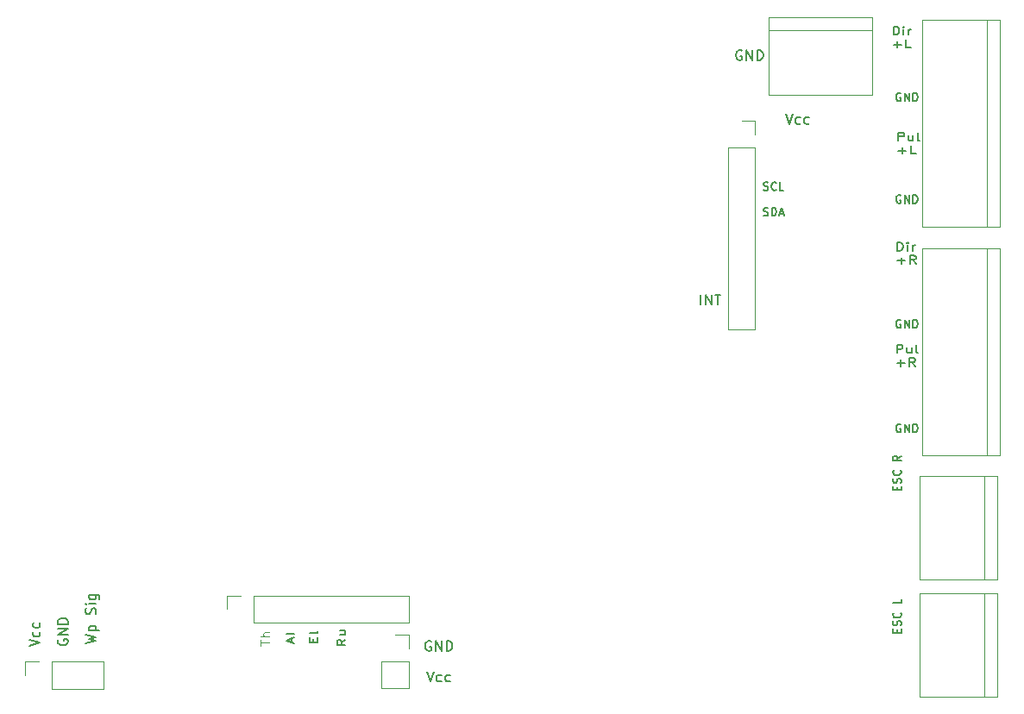
<source format=gbr>
%TF.GenerationSoftware,KiCad,Pcbnew,7.0.1*%
%TF.CreationDate,2024-04-24T16:11:52-07:00*%
%TF.ProjectId,Senior Design,53656e69-6f72-4204-9465-7369676e2e6b,rev?*%
%TF.SameCoordinates,Original*%
%TF.FileFunction,Legend,Top*%
%TF.FilePolarity,Positive*%
%FSLAX46Y46*%
G04 Gerber Fmt 4.6, Leading zero omitted, Abs format (unit mm)*
G04 Created by KiCad (PCBNEW 7.0.1) date 2024-04-24 16:11:52*
%MOMM*%
%LPD*%
G01*
G04 APERTURE LIST*
%ADD10C,0.150000*%
%ADD11C,0.125000*%
%ADD12C,0.120000*%
%ADD13R,1.700000X1.700000*%
%ADD14O,1.700000X1.700000*%
%ADD15R,3.000000X3.000000*%
%ADD16C,3.000000*%
%ADD17R,1.600000X1.600000*%
%ADD18O,1.600000X1.600000*%
G04 APERTURE END LIST*
D10*
X144377619Y-85357142D02*
X145377619Y-85119047D01*
X145377619Y-85119047D02*
X144663333Y-84928571D01*
X144663333Y-84928571D02*
X145377619Y-84738095D01*
X145377619Y-84738095D02*
X144377619Y-84500000D01*
X144710952Y-84119047D02*
X145710952Y-84119047D01*
X144758571Y-84119047D02*
X144710952Y-84023809D01*
X144710952Y-84023809D02*
X144710952Y-83833333D01*
X144710952Y-83833333D02*
X144758571Y-83738095D01*
X144758571Y-83738095D02*
X144806190Y-83690476D01*
X144806190Y-83690476D02*
X144901428Y-83642857D01*
X144901428Y-83642857D02*
X145187142Y-83642857D01*
X145187142Y-83642857D02*
X145282380Y-83690476D01*
X145282380Y-83690476D02*
X145330000Y-83738095D01*
X145330000Y-83738095D02*
X145377619Y-83833333D01*
X145377619Y-83833333D02*
X145377619Y-84023809D01*
X145377619Y-84023809D02*
X145330000Y-84119047D01*
X145330000Y-82499999D02*
X145377619Y-82357142D01*
X145377619Y-82357142D02*
X145377619Y-82119047D01*
X145377619Y-82119047D02*
X145330000Y-82023809D01*
X145330000Y-82023809D02*
X145282380Y-81976190D01*
X145282380Y-81976190D02*
X145187142Y-81928571D01*
X145187142Y-81928571D02*
X145091904Y-81928571D01*
X145091904Y-81928571D02*
X144996666Y-81976190D01*
X144996666Y-81976190D02*
X144949047Y-82023809D01*
X144949047Y-82023809D02*
X144901428Y-82119047D01*
X144901428Y-82119047D02*
X144853809Y-82309523D01*
X144853809Y-82309523D02*
X144806190Y-82404761D01*
X144806190Y-82404761D02*
X144758571Y-82452380D01*
X144758571Y-82452380D02*
X144663333Y-82499999D01*
X144663333Y-82499999D02*
X144568095Y-82499999D01*
X144568095Y-82499999D02*
X144472857Y-82452380D01*
X144472857Y-82452380D02*
X144425238Y-82404761D01*
X144425238Y-82404761D02*
X144377619Y-82309523D01*
X144377619Y-82309523D02*
X144377619Y-82071428D01*
X144377619Y-82071428D02*
X144425238Y-81928571D01*
X145377619Y-81499999D02*
X144710952Y-81499999D01*
X144377619Y-81499999D02*
X144425238Y-81547618D01*
X144425238Y-81547618D02*
X144472857Y-81499999D01*
X144472857Y-81499999D02*
X144425238Y-81452380D01*
X144425238Y-81452380D02*
X144377619Y-81499999D01*
X144377619Y-81499999D02*
X144472857Y-81499999D01*
X144710952Y-80595238D02*
X145520476Y-80595238D01*
X145520476Y-80595238D02*
X145615714Y-80642857D01*
X145615714Y-80642857D02*
X145663333Y-80690476D01*
X145663333Y-80690476D02*
X145710952Y-80785714D01*
X145710952Y-80785714D02*
X145710952Y-80928571D01*
X145710952Y-80928571D02*
X145663333Y-81023809D01*
X145330000Y-80595238D02*
X145377619Y-80690476D01*
X145377619Y-80690476D02*
X145377619Y-80880952D01*
X145377619Y-80880952D02*
X145330000Y-80976190D01*
X145330000Y-80976190D02*
X145282380Y-81023809D01*
X145282380Y-81023809D02*
X145187142Y-81071428D01*
X145187142Y-81071428D02*
X144901428Y-81071428D01*
X144901428Y-81071428D02*
X144806190Y-81023809D01*
X144806190Y-81023809D02*
X144758571Y-80976190D01*
X144758571Y-80976190D02*
X144710952Y-80880952D01*
X144710952Y-80880952D02*
X144710952Y-80690476D01*
X144710952Y-80690476D02*
X144758571Y-80595238D01*
X224359523Y-63890190D02*
X224283333Y-63852095D01*
X224283333Y-63852095D02*
X224169047Y-63852095D01*
X224169047Y-63852095D02*
X224054761Y-63890190D01*
X224054761Y-63890190D02*
X223978571Y-63966380D01*
X223978571Y-63966380D02*
X223940476Y-64042571D01*
X223940476Y-64042571D02*
X223902380Y-64194952D01*
X223902380Y-64194952D02*
X223902380Y-64309238D01*
X223902380Y-64309238D02*
X223940476Y-64461619D01*
X223940476Y-64461619D02*
X223978571Y-64537809D01*
X223978571Y-64537809D02*
X224054761Y-64614000D01*
X224054761Y-64614000D02*
X224169047Y-64652095D01*
X224169047Y-64652095D02*
X224245238Y-64652095D01*
X224245238Y-64652095D02*
X224359523Y-64614000D01*
X224359523Y-64614000D02*
X224397619Y-64575904D01*
X224397619Y-64575904D02*
X224397619Y-64309238D01*
X224397619Y-64309238D02*
X224245238Y-64309238D01*
X224740476Y-64652095D02*
X224740476Y-63852095D01*
X224740476Y-63852095D02*
X225197619Y-64652095D01*
X225197619Y-64652095D02*
X225197619Y-63852095D01*
X225578571Y-64652095D02*
X225578571Y-63852095D01*
X225578571Y-63852095D02*
X225769047Y-63852095D01*
X225769047Y-63852095D02*
X225883333Y-63890190D01*
X225883333Y-63890190D02*
X225959523Y-63966380D01*
X225959523Y-63966380D02*
X225997618Y-64042571D01*
X225997618Y-64042571D02*
X226035714Y-64194952D01*
X226035714Y-64194952D02*
X226035714Y-64309238D01*
X226035714Y-64309238D02*
X225997618Y-64461619D01*
X225997618Y-64461619D02*
X225959523Y-64537809D01*
X225959523Y-64537809D02*
X225883333Y-64614000D01*
X225883333Y-64614000D02*
X225769047Y-64652095D01*
X225769047Y-64652095D02*
X225578571Y-64652095D01*
D11*
X161556095Y-85604761D02*
X161556095Y-85033333D01*
X162356095Y-85319047D02*
X161556095Y-85319047D01*
X162356095Y-84699999D02*
X161556095Y-84699999D01*
X162356095Y-84271428D02*
X161937047Y-84271428D01*
X161937047Y-84271428D02*
X161860857Y-84319047D01*
X161860857Y-84319047D02*
X161822761Y-84414285D01*
X161822761Y-84414285D02*
X161822761Y-84557142D01*
X161822761Y-84557142D02*
X161860857Y-84652380D01*
X161860857Y-84652380D02*
X161898952Y-84699999D01*
D10*
X224038095Y-46806095D02*
X224038095Y-46006095D01*
X224038095Y-46006095D02*
X224276190Y-46006095D01*
X224276190Y-46006095D02*
X224419047Y-46044190D01*
X224419047Y-46044190D02*
X224514285Y-46120380D01*
X224514285Y-46120380D02*
X224561904Y-46196571D01*
X224561904Y-46196571D02*
X224609523Y-46348952D01*
X224609523Y-46348952D02*
X224609523Y-46463238D01*
X224609523Y-46463238D02*
X224561904Y-46615619D01*
X224561904Y-46615619D02*
X224514285Y-46691809D01*
X224514285Y-46691809D02*
X224419047Y-46768000D01*
X224419047Y-46768000D02*
X224276190Y-46806095D01*
X224276190Y-46806095D02*
X224038095Y-46806095D01*
X225038095Y-46806095D02*
X225038095Y-46272761D01*
X225038095Y-46006095D02*
X224990476Y-46044190D01*
X224990476Y-46044190D02*
X225038095Y-46082285D01*
X225038095Y-46082285D02*
X225085714Y-46044190D01*
X225085714Y-46044190D02*
X225038095Y-46006095D01*
X225038095Y-46006095D02*
X225038095Y-46082285D01*
X225514285Y-46806095D02*
X225514285Y-46272761D01*
X225514285Y-46425142D02*
X225561904Y-46348952D01*
X225561904Y-46348952D02*
X225609523Y-46310857D01*
X225609523Y-46310857D02*
X225704761Y-46272761D01*
X225704761Y-46272761D02*
X225799999Y-46272761D01*
X224038095Y-47797333D02*
X224800000Y-47797333D01*
X224419047Y-48102095D02*
X224419047Y-47492571D01*
X225847618Y-48102095D02*
X225514285Y-47721142D01*
X225276190Y-48102095D02*
X225276190Y-47302095D01*
X225276190Y-47302095D02*
X225657142Y-47302095D01*
X225657142Y-47302095D02*
X225752380Y-47340190D01*
X225752380Y-47340190D02*
X225799999Y-47378285D01*
X225799999Y-47378285D02*
X225847618Y-47454476D01*
X225847618Y-47454476D02*
X225847618Y-47568761D01*
X225847618Y-47568761D02*
X225799999Y-47644952D01*
X225799999Y-47644952D02*
X225752380Y-47683047D01*
X225752380Y-47683047D02*
X225657142Y-47721142D01*
X225657142Y-47721142D02*
X225276190Y-47721142D01*
X213095238Y-33377619D02*
X213428571Y-34377619D01*
X213428571Y-34377619D02*
X213761904Y-33377619D01*
X214523809Y-34330000D02*
X214428571Y-34377619D01*
X214428571Y-34377619D02*
X214238095Y-34377619D01*
X214238095Y-34377619D02*
X214142857Y-34330000D01*
X214142857Y-34330000D02*
X214095238Y-34282380D01*
X214095238Y-34282380D02*
X214047619Y-34187142D01*
X214047619Y-34187142D02*
X214047619Y-33901428D01*
X214047619Y-33901428D02*
X214095238Y-33806190D01*
X214095238Y-33806190D02*
X214142857Y-33758571D01*
X214142857Y-33758571D02*
X214238095Y-33710952D01*
X214238095Y-33710952D02*
X214428571Y-33710952D01*
X214428571Y-33710952D02*
X214523809Y-33758571D01*
X215380952Y-34330000D02*
X215285714Y-34377619D01*
X215285714Y-34377619D02*
X215095238Y-34377619D01*
X215095238Y-34377619D02*
X215000000Y-34330000D01*
X215000000Y-34330000D02*
X214952381Y-34282380D01*
X214952381Y-34282380D02*
X214904762Y-34187142D01*
X214904762Y-34187142D02*
X214904762Y-33901428D01*
X214904762Y-33901428D02*
X214952381Y-33806190D01*
X214952381Y-33806190D02*
X215000000Y-33758571D01*
X215000000Y-33758571D02*
X215095238Y-33710952D01*
X215095238Y-33710952D02*
X215285714Y-33710952D01*
X215285714Y-33710952D02*
X215380952Y-33758571D01*
X208761904Y-27175238D02*
X208666666Y-27127619D01*
X208666666Y-27127619D02*
X208523809Y-27127619D01*
X208523809Y-27127619D02*
X208380952Y-27175238D01*
X208380952Y-27175238D02*
X208285714Y-27270476D01*
X208285714Y-27270476D02*
X208238095Y-27365714D01*
X208238095Y-27365714D02*
X208190476Y-27556190D01*
X208190476Y-27556190D02*
X208190476Y-27699047D01*
X208190476Y-27699047D02*
X208238095Y-27889523D01*
X208238095Y-27889523D02*
X208285714Y-27984761D01*
X208285714Y-27984761D02*
X208380952Y-28080000D01*
X208380952Y-28080000D02*
X208523809Y-28127619D01*
X208523809Y-28127619D02*
X208619047Y-28127619D01*
X208619047Y-28127619D02*
X208761904Y-28080000D01*
X208761904Y-28080000D02*
X208809523Y-28032380D01*
X208809523Y-28032380D02*
X208809523Y-27699047D01*
X208809523Y-27699047D02*
X208619047Y-27699047D01*
X209238095Y-28127619D02*
X209238095Y-27127619D01*
X209238095Y-27127619D02*
X209809523Y-28127619D01*
X209809523Y-28127619D02*
X209809523Y-27127619D01*
X210285714Y-28127619D02*
X210285714Y-27127619D01*
X210285714Y-27127619D02*
X210523809Y-27127619D01*
X210523809Y-27127619D02*
X210666666Y-27175238D01*
X210666666Y-27175238D02*
X210761904Y-27270476D01*
X210761904Y-27270476D02*
X210809523Y-27365714D01*
X210809523Y-27365714D02*
X210857142Y-27556190D01*
X210857142Y-27556190D02*
X210857142Y-27699047D01*
X210857142Y-27699047D02*
X210809523Y-27889523D01*
X210809523Y-27889523D02*
X210761904Y-27984761D01*
X210761904Y-27984761D02*
X210666666Y-28080000D01*
X210666666Y-28080000D02*
X210523809Y-28127619D01*
X210523809Y-28127619D02*
X210285714Y-28127619D01*
X177845238Y-88127619D02*
X178178571Y-89127619D01*
X178178571Y-89127619D02*
X178511904Y-88127619D01*
X179273809Y-89080000D02*
X179178571Y-89127619D01*
X179178571Y-89127619D02*
X178988095Y-89127619D01*
X178988095Y-89127619D02*
X178892857Y-89080000D01*
X178892857Y-89080000D02*
X178845238Y-89032380D01*
X178845238Y-89032380D02*
X178797619Y-88937142D01*
X178797619Y-88937142D02*
X178797619Y-88651428D01*
X178797619Y-88651428D02*
X178845238Y-88556190D01*
X178845238Y-88556190D02*
X178892857Y-88508571D01*
X178892857Y-88508571D02*
X178988095Y-88460952D01*
X178988095Y-88460952D02*
X179178571Y-88460952D01*
X179178571Y-88460952D02*
X179273809Y-88508571D01*
X180130952Y-89080000D02*
X180035714Y-89127619D01*
X180035714Y-89127619D02*
X179845238Y-89127619D01*
X179845238Y-89127619D02*
X179750000Y-89080000D01*
X179750000Y-89080000D02*
X179702381Y-89032380D01*
X179702381Y-89032380D02*
X179654762Y-88937142D01*
X179654762Y-88937142D02*
X179654762Y-88651428D01*
X179654762Y-88651428D02*
X179702381Y-88556190D01*
X179702381Y-88556190D02*
X179750000Y-88508571D01*
X179750000Y-88508571D02*
X179845238Y-88460952D01*
X179845238Y-88460952D02*
X180035714Y-88460952D01*
X180035714Y-88460952D02*
X180130952Y-88508571D01*
X224359523Y-41390190D02*
X224283333Y-41352095D01*
X224283333Y-41352095D02*
X224169047Y-41352095D01*
X224169047Y-41352095D02*
X224054761Y-41390190D01*
X224054761Y-41390190D02*
X223978571Y-41466380D01*
X223978571Y-41466380D02*
X223940476Y-41542571D01*
X223940476Y-41542571D02*
X223902380Y-41694952D01*
X223902380Y-41694952D02*
X223902380Y-41809238D01*
X223902380Y-41809238D02*
X223940476Y-41961619D01*
X223940476Y-41961619D02*
X223978571Y-42037809D01*
X223978571Y-42037809D02*
X224054761Y-42114000D01*
X224054761Y-42114000D02*
X224169047Y-42152095D01*
X224169047Y-42152095D02*
X224245238Y-42152095D01*
X224245238Y-42152095D02*
X224359523Y-42114000D01*
X224359523Y-42114000D02*
X224397619Y-42075904D01*
X224397619Y-42075904D02*
X224397619Y-41809238D01*
X224397619Y-41809238D02*
X224245238Y-41809238D01*
X224740476Y-42152095D02*
X224740476Y-41352095D01*
X224740476Y-41352095D02*
X225197619Y-42152095D01*
X225197619Y-42152095D02*
X225197619Y-41352095D01*
X225578571Y-42152095D02*
X225578571Y-41352095D01*
X225578571Y-41352095D02*
X225769047Y-41352095D01*
X225769047Y-41352095D02*
X225883333Y-41390190D01*
X225883333Y-41390190D02*
X225959523Y-41466380D01*
X225959523Y-41466380D02*
X225997618Y-41542571D01*
X225997618Y-41542571D02*
X226035714Y-41694952D01*
X226035714Y-41694952D02*
X226035714Y-41809238D01*
X226035714Y-41809238D02*
X225997618Y-41961619D01*
X225997618Y-41961619D02*
X225959523Y-42037809D01*
X225959523Y-42037809D02*
X225883333Y-42114000D01*
X225883333Y-42114000D02*
X225769047Y-42152095D01*
X225769047Y-42152095D02*
X225578571Y-42152095D01*
X223638095Y-25606095D02*
X223638095Y-24806095D01*
X223638095Y-24806095D02*
X223876190Y-24806095D01*
X223876190Y-24806095D02*
X224019047Y-24844190D01*
X224019047Y-24844190D02*
X224114285Y-24920380D01*
X224114285Y-24920380D02*
X224161904Y-24996571D01*
X224161904Y-24996571D02*
X224209523Y-25148952D01*
X224209523Y-25148952D02*
X224209523Y-25263238D01*
X224209523Y-25263238D02*
X224161904Y-25415619D01*
X224161904Y-25415619D02*
X224114285Y-25491809D01*
X224114285Y-25491809D02*
X224019047Y-25568000D01*
X224019047Y-25568000D02*
X223876190Y-25606095D01*
X223876190Y-25606095D02*
X223638095Y-25606095D01*
X224638095Y-25606095D02*
X224638095Y-25072761D01*
X224638095Y-24806095D02*
X224590476Y-24844190D01*
X224590476Y-24844190D02*
X224638095Y-24882285D01*
X224638095Y-24882285D02*
X224685714Y-24844190D01*
X224685714Y-24844190D02*
X224638095Y-24806095D01*
X224638095Y-24806095D02*
X224638095Y-24882285D01*
X225114285Y-25606095D02*
X225114285Y-25072761D01*
X225114285Y-25225142D02*
X225161904Y-25148952D01*
X225161904Y-25148952D02*
X225209523Y-25110857D01*
X225209523Y-25110857D02*
X225304761Y-25072761D01*
X225304761Y-25072761D02*
X225399999Y-25072761D01*
X223638095Y-26597333D02*
X224400000Y-26597333D01*
X224019047Y-26902095D02*
X224019047Y-26292571D01*
X225352380Y-26902095D02*
X224876190Y-26902095D01*
X224876190Y-26902095D02*
X224876190Y-26102095D01*
X141675238Y-84988095D02*
X141627619Y-85083333D01*
X141627619Y-85083333D02*
X141627619Y-85226190D01*
X141627619Y-85226190D02*
X141675238Y-85369047D01*
X141675238Y-85369047D02*
X141770476Y-85464285D01*
X141770476Y-85464285D02*
X141865714Y-85511904D01*
X141865714Y-85511904D02*
X142056190Y-85559523D01*
X142056190Y-85559523D02*
X142199047Y-85559523D01*
X142199047Y-85559523D02*
X142389523Y-85511904D01*
X142389523Y-85511904D02*
X142484761Y-85464285D01*
X142484761Y-85464285D02*
X142580000Y-85369047D01*
X142580000Y-85369047D02*
X142627619Y-85226190D01*
X142627619Y-85226190D02*
X142627619Y-85130952D01*
X142627619Y-85130952D02*
X142580000Y-84988095D01*
X142580000Y-84988095D02*
X142532380Y-84940476D01*
X142532380Y-84940476D02*
X142199047Y-84940476D01*
X142199047Y-84940476D02*
X142199047Y-85130952D01*
X142627619Y-84511904D02*
X141627619Y-84511904D01*
X141627619Y-84511904D02*
X142627619Y-83940476D01*
X142627619Y-83940476D02*
X141627619Y-83940476D01*
X142627619Y-83464285D02*
X141627619Y-83464285D01*
X141627619Y-83464285D02*
X141627619Y-83226190D01*
X141627619Y-83226190D02*
X141675238Y-83083333D01*
X141675238Y-83083333D02*
X141770476Y-82988095D01*
X141770476Y-82988095D02*
X141865714Y-82940476D01*
X141865714Y-82940476D02*
X142056190Y-82892857D01*
X142056190Y-82892857D02*
X142199047Y-82892857D01*
X142199047Y-82892857D02*
X142389523Y-82940476D01*
X142389523Y-82940476D02*
X142484761Y-82988095D01*
X142484761Y-82988095D02*
X142580000Y-83083333D01*
X142580000Y-83083333D02*
X142627619Y-83226190D01*
X142627619Y-83226190D02*
X142627619Y-83464285D01*
X166733047Y-85261904D02*
X166733047Y-84928571D01*
X167152095Y-84785714D02*
X167152095Y-85261904D01*
X167152095Y-85261904D02*
X166352095Y-85261904D01*
X166352095Y-85261904D02*
X166352095Y-84785714D01*
X167152095Y-84214285D02*
X167114000Y-84309523D01*
X167114000Y-84309523D02*
X167037809Y-84357142D01*
X167037809Y-84357142D02*
X166352095Y-84357142D01*
X210902380Y-43364000D02*
X211016666Y-43402095D01*
X211016666Y-43402095D02*
X211207142Y-43402095D01*
X211207142Y-43402095D02*
X211283333Y-43364000D01*
X211283333Y-43364000D02*
X211321428Y-43325904D01*
X211321428Y-43325904D02*
X211359523Y-43249714D01*
X211359523Y-43249714D02*
X211359523Y-43173523D01*
X211359523Y-43173523D02*
X211321428Y-43097333D01*
X211321428Y-43097333D02*
X211283333Y-43059238D01*
X211283333Y-43059238D02*
X211207142Y-43021142D01*
X211207142Y-43021142D02*
X211054761Y-42983047D01*
X211054761Y-42983047D02*
X210978571Y-42944952D01*
X210978571Y-42944952D02*
X210940476Y-42906857D01*
X210940476Y-42906857D02*
X210902380Y-42830666D01*
X210902380Y-42830666D02*
X210902380Y-42754476D01*
X210902380Y-42754476D02*
X210940476Y-42678285D01*
X210940476Y-42678285D02*
X210978571Y-42640190D01*
X210978571Y-42640190D02*
X211054761Y-42602095D01*
X211054761Y-42602095D02*
X211245238Y-42602095D01*
X211245238Y-42602095D02*
X211359523Y-42640190D01*
X211702381Y-43402095D02*
X211702381Y-42602095D01*
X211702381Y-42602095D02*
X211892857Y-42602095D01*
X211892857Y-42602095D02*
X212007143Y-42640190D01*
X212007143Y-42640190D02*
X212083333Y-42716380D01*
X212083333Y-42716380D02*
X212121428Y-42792571D01*
X212121428Y-42792571D02*
X212159524Y-42944952D01*
X212159524Y-42944952D02*
X212159524Y-43059238D01*
X212159524Y-43059238D02*
X212121428Y-43211619D01*
X212121428Y-43211619D02*
X212083333Y-43287809D01*
X212083333Y-43287809D02*
X212007143Y-43364000D01*
X212007143Y-43364000D02*
X211892857Y-43402095D01*
X211892857Y-43402095D02*
X211702381Y-43402095D01*
X212464285Y-43173523D02*
X212845238Y-43173523D01*
X212388095Y-43402095D02*
X212654762Y-42602095D01*
X212654762Y-42602095D02*
X212921428Y-43402095D01*
X224359523Y-53640190D02*
X224283333Y-53602095D01*
X224283333Y-53602095D02*
X224169047Y-53602095D01*
X224169047Y-53602095D02*
X224054761Y-53640190D01*
X224054761Y-53640190D02*
X223978571Y-53716380D01*
X223978571Y-53716380D02*
X223940476Y-53792571D01*
X223940476Y-53792571D02*
X223902380Y-53944952D01*
X223902380Y-53944952D02*
X223902380Y-54059238D01*
X223902380Y-54059238D02*
X223940476Y-54211619D01*
X223940476Y-54211619D02*
X223978571Y-54287809D01*
X223978571Y-54287809D02*
X224054761Y-54364000D01*
X224054761Y-54364000D02*
X224169047Y-54402095D01*
X224169047Y-54402095D02*
X224245238Y-54402095D01*
X224245238Y-54402095D02*
X224359523Y-54364000D01*
X224359523Y-54364000D02*
X224397619Y-54325904D01*
X224397619Y-54325904D02*
X224397619Y-54059238D01*
X224397619Y-54059238D02*
X224245238Y-54059238D01*
X224740476Y-54402095D02*
X224740476Y-53602095D01*
X224740476Y-53602095D02*
X225197619Y-54402095D01*
X225197619Y-54402095D02*
X225197619Y-53602095D01*
X225578571Y-54402095D02*
X225578571Y-53602095D01*
X225578571Y-53602095D02*
X225769047Y-53602095D01*
X225769047Y-53602095D02*
X225883333Y-53640190D01*
X225883333Y-53640190D02*
X225959523Y-53716380D01*
X225959523Y-53716380D02*
X225997618Y-53792571D01*
X225997618Y-53792571D02*
X226035714Y-53944952D01*
X226035714Y-53944952D02*
X226035714Y-54059238D01*
X226035714Y-54059238D02*
X225997618Y-54211619D01*
X225997618Y-54211619D02*
X225959523Y-54287809D01*
X225959523Y-54287809D02*
X225883333Y-54364000D01*
X225883333Y-54364000D02*
X225769047Y-54402095D01*
X225769047Y-54402095D02*
X225578571Y-54402095D01*
X204738095Y-52127619D02*
X204738095Y-51127619D01*
X205214285Y-52127619D02*
X205214285Y-51127619D01*
X205214285Y-51127619D02*
X205785713Y-52127619D01*
X205785713Y-52127619D02*
X205785713Y-51127619D01*
X206119047Y-51127619D02*
X206690475Y-51127619D01*
X206404761Y-52127619D02*
X206404761Y-51127619D01*
X223983047Y-70309523D02*
X223983047Y-70042857D01*
X224402095Y-69928571D02*
X224402095Y-70309523D01*
X224402095Y-70309523D02*
X223602095Y-70309523D01*
X223602095Y-70309523D02*
X223602095Y-69928571D01*
X224364000Y-69623809D02*
X224402095Y-69509523D01*
X224402095Y-69509523D02*
X224402095Y-69319047D01*
X224402095Y-69319047D02*
X224364000Y-69242856D01*
X224364000Y-69242856D02*
X224325904Y-69204761D01*
X224325904Y-69204761D02*
X224249714Y-69166666D01*
X224249714Y-69166666D02*
X224173523Y-69166666D01*
X224173523Y-69166666D02*
X224097333Y-69204761D01*
X224097333Y-69204761D02*
X224059238Y-69242856D01*
X224059238Y-69242856D02*
X224021142Y-69319047D01*
X224021142Y-69319047D02*
X223983047Y-69471428D01*
X223983047Y-69471428D02*
X223944952Y-69547618D01*
X223944952Y-69547618D02*
X223906857Y-69585713D01*
X223906857Y-69585713D02*
X223830666Y-69623809D01*
X223830666Y-69623809D02*
X223754476Y-69623809D01*
X223754476Y-69623809D02*
X223678285Y-69585713D01*
X223678285Y-69585713D02*
X223640190Y-69547618D01*
X223640190Y-69547618D02*
X223602095Y-69471428D01*
X223602095Y-69471428D02*
X223602095Y-69280951D01*
X223602095Y-69280951D02*
X223640190Y-69166666D01*
X224325904Y-68366665D02*
X224364000Y-68404761D01*
X224364000Y-68404761D02*
X224402095Y-68519046D01*
X224402095Y-68519046D02*
X224402095Y-68595237D01*
X224402095Y-68595237D02*
X224364000Y-68709523D01*
X224364000Y-68709523D02*
X224287809Y-68785713D01*
X224287809Y-68785713D02*
X224211619Y-68823808D01*
X224211619Y-68823808D02*
X224059238Y-68861904D01*
X224059238Y-68861904D02*
X223944952Y-68861904D01*
X223944952Y-68861904D02*
X223792571Y-68823808D01*
X223792571Y-68823808D02*
X223716380Y-68785713D01*
X223716380Y-68785713D02*
X223640190Y-68709523D01*
X223640190Y-68709523D02*
X223602095Y-68595237D01*
X223602095Y-68595237D02*
X223602095Y-68519046D01*
X223602095Y-68519046D02*
X223640190Y-68404761D01*
X223640190Y-68404761D02*
X223678285Y-68366665D01*
X224402095Y-66957141D02*
X224021142Y-67223808D01*
X224402095Y-67414284D02*
X223602095Y-67414284D01*
X223602095Y-67414284D02*
X223602095Y-67109522D01*
X223602095Y-67109522D02*
X223640190Y-67033332D01*
X223640190Y-67033332D02*
X223678285Y-66995237D01*
X223678285Y-66995237D02*
X223754476Y-66957141D01*
X223754476Y-66957141D02*
X223868761Y-66957141D01*
X223868761Y-66957141D02*
X223944952Y-66995237D01*
X223944952Y-66995237D02*
X223983047Y-67033332D01*
X223983047Y-67033332D02*
X224021142Y-67109522D01*
X224021142Y-67109522D02*
X224021142Y-67414284D01*
X164623523Y-85309523D02*
X164623523Y-84833333D01*
X164852095Y-85404761D02*
X164052095Y-85071428D01*
X164052095Y-85071428D02*
X164852095Y-84738095D01*
X164852095Y-84404761D02*
X164052095Y-84404761D01*
X223983047Y-84309523D02*
X223983047Y-84042857D01*
X224402095Y-83928571D02*
X224402095Y-84309523D01*
X224402095Y-84309523D02*
X223602095Y-84309523D01*
X223602095Y-84309523D02*
X223602095Y-83928571D01*
X224364000Y-83623809D02*
X224402095Y-83509523D01*
X224402095Y-83509523D02*
X224402095Y-83319047D01*
X224402095Y-83319047D02*
X224364000Y-83242856D01*
X224364000Y-83242856D02*
X224325904Y-83204761D01*
X224325904Y-83204761D02*
X224249714Y-83166666D01*
X224249714Y-83166666D02*
X224173523Y-83166666D01*
X224173523Y-83166666D02*
X224097333Y-83204761D01*
X224097333Y-83204761D02*
X224059238Y-83242856D01*
X224059238Y-83242856D02*
X224021142Y-83319047D01*
X224021142Y-83319047D02*
X223983047Y-83471428D01*
X223983047Y-83471428D02*
X223944952Y-83547618D01*
X223944952Y-83547618D02*
X223906857Y-83585713D01*
X223906857Y-83585713D02*
X223830666Y-83623809D01*
X223830666Y-83623809D02*
X223754476Y-83623809D01*
X223754476Y-83623809D02*
X223678285Y-83585713D01*
X223678285Y-83585713D02*
X223640190Y-83547618D01*
X223640190Y-83547618D02*
X223602095Y-83471428D01*
X223602095Y-83471428D02*
X223602095Y-83280951D01*
X223602095Y-83280951D02*
X223640190Y-83166666D01*
X224325904Y-82366665D02*
X224364000Y-82404761D01*
X224364000Y-82404761D02*
X224402095Y-82519046D01*
X224402095Y-82519046D02*
X224402095Y-82595237D01*
X224402095Y-82595237D02*
X224364000Y-82709523D01*
X224364000Y-82709523D02*
X224287809Y-82785713D01*
X224287809Y-82785713D02*
X224211619Y-82823808D01*
X224211619Y-82823808D02*
X224059238Y-82861904D01*
X224059238Y-82861904D02*
X223944952Y-82861904D01*
X223944952Y-82861904D02*
X223792571Y-82823808D01*
X223792571Y-82823808D02*
X223716380Y-82785713D01*
X223716380Y-82785713D02*
X223640190Y-82709523D01*
X223640190Y-82709523D02*
X223602095Y-82595237D01*
X223602095Y-82595237D02*
X223602095Y-82519046D01*
X223602095Y-82519046D02*
X223640190Y-82404761D01*
X223640190Y-82404761D02*
X223678285Y-82366665D01*
X224402095Y-81033332D02*
X224402095Y-81414284D01*
X224402095Y-81414284D02*
X223602095Y-81414284D01*
X224359523Y-31390190D02*
X224283333Y-31352095D01*
X224283333Y-31352095D02*
X224169047Y-31352095D01*
X224169047Y-31352095D02*
X224054761Y-31390190D01*
X224054761Y-31390190D02*
X223978571Y-31466380D01*
X223978571Y-31466380D02*
X223940476Y-31542571D01*
X223940476Y-31542571D02*
X223902380Y-31694952D01*
X223902380Y-31694952D02*
X223902380Y-31809238D01*
X223902380Y-31809238D02*
X223940476Y-31961619D01*
X223940476Y-31961619D02*
X223978571Y-32037809D01*
X223978571Y-32037809D02*
X224054761Y-32114000D01*
X224054761Y-32114000D02*
X224169047Y-32152095D01*
X224169047Y-32152095D02*
X224245238Y-32152095D01*
X224245238Y-32152095D02*
X224359523Y-32114000D01*
X224359523Y-32114000D02*
X224397619Y-32075904D01*
X224397619Y-32075904D02*
X224397619Y-31809238D01*
X224397619Y-31809238D02*
X224245238Y-31809238D01*
X224740476Y-32152095D02*
X224740476Y-31352095D01*
X224740476Y-31352095D02*
X225197619Y-32152095D01*
X225197619Y-32152095D02*
X225197619Y-31352095D01*
X225578571Y-32152095D02*
X225578571Y-31352095D01*
X225578571Y-31352095D02*
X225769047Y-31352095D01*
X225769047Y-31352095D02*
X225883333Y-31390190D01*
X225883333Y-31390190D02*
X225959523Y-31466380D01*
X225959523Y-31466380D02*
X225997618Y-31542571D01*
X225997618Y-31542571D02*
X226035714Y-31694952D01*
X226035714Y-31694952D02*
X226035714Y-31809238D01*
X226035714Y-31809238D02*
X225997618Y-31961619D01*
X225997618Y-31961619D02*
X225959523Y-32037809D01*
X225959523Y-32037809D02*
X225883333Y-32114000D01*
X225883333Y-32114000D02*
X225769047Y-32152095D01*
X225769047Y-32152095D02*
X225578571Y-32152095D01*
X138877619Y-85654761D02*
X139877619Y-85321428D01*
X139877619Y-85321428D02*
X138877619Y-84988095D01*
X139830000Y-84226190D02*
X139877619Y-84321428D01*
X139877619Y-84321428D02*
X139877619Y-84511904D01*
X139877619Y-84511904D02*
X139830000Y-84607142D01*
X139830000Y-84607142D02*
X139782380Y-84654761D01*
X139782380Y-84654761D02*
X139687142Y-84702380D01*
X139687142Y-84702380D02*
X139401428Y-84702380D01*
X139401428Y-84702380D02*
X139306190Y-84654761D01*
X139306190Y-84654761D02*
X139258571Y-84607142D01*
X139258571Y-84607142D02*
X139210952Y-84511904D01*
X139210952Y-84511904D02*
X139210952Y-84321428D01*
X139210952Y-84321428D02*
X139258571Y-84226190D01*
X139830000Y-83369047D02*
X139877619Y-83464285D01*
X139877619Y-83464285D02*
X139877619Y-83654761D01*
X139877619Y-83654761D02*
X139830000Y-83749999D01*
X139830000Y-83749999D02*
X139782380Y-83797618D01*
X139782380Y-83797618D02*
X139687142Y-83845237D01*
X139687142Y-83845237D02*
X139401428Y-83845237D01*
X139401428Y-83845237D02*
X139306190Y-83797618D01*
X139306190Y-83797618D02*
X139258571Y-83749999D01*
X139258571Y-83749999D02*
X139210952Y-83654761D01*
X139210952Y-83654761D02*
X139210952Y-83464285D01*
X139210952Y-83464285D02*
X139258571Y-83369047D01*
X169852095Y-84990476D02*
X169471142Y-85323809D01*
X169852095Y-85561904D02*
X169052095Y-85561904D01*
X169052095Y-85561904D02*
X169052095Y-85180952D01*
X169052095Y-85180952D02*
X169090190Y-85085714D01*
X169090190Y-85085714D02*
X169128285Y-85038095D01*
X169128285Y-85038095D02*
X169204476Y-84990476D01*
X169204476Y-84990476D02*
X169318761Y-84990476D01*
X169318761Y-84990476D02*
X169394952Y-85038095D01*
X169394952Y-85038095D02*
X169433047Y-85085714D01*
X169433047Y-85085714D02*
X169471142Y-85180952D01*
X169471142Y-85180952D02*
X169471142Y-85561904D01*
X169318761Y-84133333D02*
X169852095Y-84133333D01*
X169318761Y-84561904D02*
X169737809Y-84561904D01*
X169737809Y-84561904D02*
X169814000Y-84514285D01*
X169814000Y-84514285D02*
X169852095Y-84419047D01*
X169852095Y-84419047D02*
X169852095Y-84276190D01*
X169852095Y-84276190D02*
X169814000Y-84180952D01*
X169814000Y-84180952D02*
X169775904Y-84133333D01*
X210902380Y-40864000D02*
X211016666Y-40902095D01*
X211016666Y-40902095D02*
X211207142Y-40902095D01*
X211207142Y-40902095D02*
X211283333Y-40864000D01*
X211283333Y-40864000D02*
X211321428Y-40825904D01*
X211321428Y-40825904D02*
X211359523Y-40749714D01*
X211359523Y-40749714D02*
X211359523Y-40673523D01*
X211359523Y-40673523D02*
X211321428Y-40597333D01*
X211321428Y-40597333D02*
X211283333Y-40559238D01*
X211283333Y-40559238D02*
X211207142Y-40521142D01*
X211207142Y-40521142D02*
X211054761Y-40483047D01*
X211054761Y-40483047D02*
X210978571Y-40444952D01*
X210978571Y-40444952D02*
X210940476Y-40406857D01*
X210940476Y-40406857D02*
X210902380Y-40330666D01*
X210902380Y-40330666D02*
X210902380Y-40254476D01*
X210902380Y-40254476D02*
X210940476Y-40178285D01*
X210940476Y-40178285D02*
X210978571Y-40140190D01*
X210978571Y-40140190D02*
X211054761Y-40102095D01*
X211054761Y-40102095D02*
X211245238Y-40102095D01*
X211245238Y-40102095D02*
X211359523Y-40140190D01*
X212159524Y-40825904D02*
X212121428Y-40864000D01*
X212121428Y-40864000D02*
X212007143Y-40902095D01*
X212007143Y-40902095D02*
X211930952Y-40902095D01*
X211930952Y-40902095D02*
X211816666Y-40864000D01*
X211816666Y-40864000D02*
X211740476Y-40787809D01*
X211740476Y-40787809D02*
X211702381Y-40711619D01*
X211702381Y-40711619D02*
X211664285Y-40559238D01*
X211664285Y-40559238D02*
X211664285Y-40444952D01*
X211664285Y-40444952D02*
X211702381Y-40292571D01*
X211702381Y-40292571D02*
X211740476Y-40216380D01*
X211740476Y-40216380D02*
X211816666Y-40140190D01*
X211816666Y-40140190D02*
X211930952Y-40102095D01*
X211930952Y-40102095D02*
X212007143Y-40102095D01*
X212007143Y-40102095D02*
X212121428Y-40140190D01*
X212121428Y-40140190D02*
X212159524Y-40178285D01*
X212883333Y-40902095D02*
X212502381Y-40902095D01*
X212502381Y-40902095D02*
X212502381Y-40102095D01*
X224138095Y-36006095D02*
X224138095Y-35206095D01*
X224138095Y-35206095D02*
X224519047Y-35206095D01*
X224519047Y-35206095D02*
X224614285Y-35244190D01*
X224614285Y-35244190D02*
X224661904Y-35282285D01*
X224661904Y-35282285D02*
X224709523Y-35358476D01*
X224709523Y-35358476D02*
X224709523Y-35472761D01*
X224709523Y-35472761D02*
X224661904Y-35548952D01*
X224661904Y-35548952D02*
X224614285Y-35587047D01*
X224614285Y-35587047D02*
X224519047Y-35625142D01*
X224519047Y-35625142D02*
X224138095Y-35625142D01*
X225566666Y-35472761D02*
X225566666Y-36006095D01*
X225138095Y-35472761D02*
X225138095Y-35891809D01*
X225138095Y-35891809D02*
X225185714Y-35968000D01*
X225185714Y-35968000D02*
X225280952Y-36006095D01*
X225280952Y-36006095D02*
X225423809Y-36006095D01*
X225423809Y-36006095D02*
X225519047Y-35968000D01*
X225519047Y-35968000D02*
X225566666Y-35929904D01*
X226185714Y-36006095D02*
X226090476Y-35968000D01*
X226090476Y-35968000D02*
X226042857Y-35891809D01*
X226042857Y-35891809D02*
X226042857Y-35206095D01*
X224138095Y-36997333D02*
X224900000Y-36997333D01*
X224519047Y-37302095D02*
X224519047Y-36692571D01*
X225852380Y-37302095D02*
X225376190Y-37302095D01*
X225376190Y-37302095D02*
X225376190Y-36502095D01*
X178261904Y-85175238D02*
X178166666Y-85127619D01*
X178166666Y-85127619D02*
X178023809Y-85127619D01*
X178023809Y-85127619D02*
X177880952Y-85175238D01*
X177880952Y-85175238D02*
X177785714Y-85270476D01*
X177785714Y-85270476D02*
X177738095Y-85365714D01*
X177738095Y-85365714D02*
X177690476Y-85556190D01*
X177690476Y-85556190D02*
X177690476Y-85699047D01*
X177690476Y-85699047D02*
X177738095Y-85889523D01*
X177738095Y-85889523D02*
X177785714Y-85984761D01*
X177785714Y-85984761D02*
X177880952Y-86080000D01*
X177880952Y-86080000D02*
X178023809Y-86127619D01*
X178023809Y-86127619D02*
X178119047Y-86127619D01*
X178119047Y-86127619D02*
X178261904Y-86080000D01*
X178261904Y-86080000D02*
X178309523Y-86032380D01*
X178309523Y-86032380D02*
X178309523Y-85699047D01*
X178309523Y-85699047D02*
X178119047Y-85699047D01*
X178738095Y-86127619D02*
X178738095Y-85127619D01*
X178738095Y-85127619D02*
X179309523Y-86127619D01*
X179309523Y-86127619D02*
X179309523Y-85127619D01*
X179785714Y-86127619D02*
X179785714Y-85127619D01*
X179785714Y-85127619D02*
X180023809Y-85127619D01*
X180023809Y-85127619D02*
X180166666Y-85175238D01*
X180166666Y-85175238D02*
X180261904Y-85270476D01*
X180261904Y-85270476D02*
X180309523Y-85365714D01*
X180309523Y-85365714D02*
X180357142Y-85556190D01*
X180357142Y-85556190D02*
X180357142Y-85699047D01*
X180357142Y-85699047D02*
X180309523Y-85889523D01*
X180309523Y-85889523D02*
X180261904Y-85984761D01*
X180261904Y-85984761D02*
X180166666Y-86080000D01*
X180166666Y-86080000D02*
X180023809Y-86127619D01*
X180023809Y-86127619D02*
X179785714Y-86127619D01*
X223988095Y-56856095D02*
X223988095Y-56056095D01*
X223988095Y-56056095D02*
X224369047Y-56056095D01*
X224369047Y-56056095D02*
X224464285Y-56094190D01*
X224464285Y-56094190D02*
X224511904Y-56132285D01*
X224511904Y-56132285D02*
X224559523Y-56208476D01*
X224559523Y-56208476D02*
X224559523Y-56322761D01*
X224559523Y-56322761D02*
X224511904Y-56398952D01*
X224511904Y-56398952D02*
X224464285Y-56437047D01*
X224464285Y-56437047D02*
X224369047Y-56475142D01*
X224369047Y-56475142D02*
X223988095Y-56475142D01*
X225416666Y-56322761D02*
X225416666Y-56856095D01*
X224988095Y-56322761D02*
X224988095Y-56741809D01*
X224988095Y-56741809D02*
X225035714Y-56818000D01*
X225035714Y-56818000D02*
X225130952Y-56856095D01*
X225130952Y-56856095D02*
X225273809Y-56856095D01*
X225273809Y-56856095D02*
X225369047Y-56818000D01*
X225369047Y-56818000D02*
X225416666Y-56779904D01*
X226035714Y-56856095D02*
X225940476Y-56818000D01*
X225940476Y-56818000D02*
X225892857Y-56741809D01*
X225892857Y-56741809D02*
X225892857Y-56056095D01*
X223988095Y-57847333D02*
X224750000Y-57847333D01*
X224369047Y-58152095D02*
X224369047Y-57542571D01*
X225797618Y-58152095D02*
X225464285Y-57771142D01*
X225226190Y-58152095D02*
X225226190Y-57352095D01*
X225226190Y-57352095D02*
X225607142Y-57352095D01*
X225607142Y-57352095D02*
X225702380Y-57390190D01*
X225702380Y-57390190D02*
X225749999Y-57428285D01*
X225749999Y-57428285D02*
X225797618Y-57504476D01*
X225797618Y-57504476D02*
X225797618Y-57618761D01*
X225797618Y-57618761D02*
X225749999Y-57694952D01*
X225749999Y-57694952D02*
X225702380Y-57733047D01*
X225702380Y-57733047D02*
X225607142Y-57771142D01*
X225607142Y-57771142D02*
X225226190Y-57771142D01*
D12*
%TO.C,J9*%
X160820000Y-83330000D02*
X176120000Y-83330000D01*
X160820000Y-83330000D02*
X160820000Y-80670000D01*
X176120000Y-83330000D02*
X176120000Y-80670000D01*
X158220000Y-82000000D02*
X158220000Y-80670000D01*
X158220000Y-80670000D02*
X159550000Y-80670000D01*
X160820000Y-80670000D02*
X176120000Y-80670000D01*
%TO.C,J4*%
X141020000Y-89830000D02*
X146160000Y-89830000D01*
X141020000Y-89830000D02*
X141020000Y-87170000D01*
X146160000Y-89830000D02*
X146160000Y-87170000D01*
X138420000Y-88500000D02*
X138420000Y-87170000D01*
X138420000Y-87170000D02*
X139750000Y-87170000D01*
X141020000Y-87170000D02*
X146160000Y-87170000D01*
%TO.C,J2*%
X226190000Y-90580000D02*
X233810000Y-90580000D01*
X233810000Y-90580000D02*
X233810000Y-80420000D01*
X226190000Y-80420000D02*
X226190000Y-90580000D01*
X232540000Y-80420000D02*
X232540000Y-90580000D01*
X233810000Y-80420000D02*
X226190000Y-80420000D01*
%TO.C,J5*%
X226440000Y-66870000D02*
X234060000Y-66870000D01*
X226440000Y-66870000D02*
X226440000Y-46550000D01*
X234060000Y-66870000D02*
X234060000Y-46550000D01*
X232790000Y-46550000D02*
X232790000Y-66870000D01*
X234060000Y-46550000D02*
X226440000Y-46550000D01*
%TO.C,J7*%
X226190000Y-79120000D02*
X233810000Y-79120000D01*
X233810000Y-79120000D02*
X233810000Y-68960000D01*
X226190000Y-68960000D02*
X226190000Y-79120000D01*
X232540000Y-68960000D02*
X232540000Y-79120000D01*
X233810000Y-68960000D02*
X226190000Y-68960000D01*
%TO.C,J10*%
X173420000Y-87160000D02*
X173420000Y-89760000D01*
X173420000Y-87160000D02*
X176080000Y-87160000D01*
X173420000Y-89760000D02*
X176080000Y-89760000D01*
X174750000Y-84560000D02*
X176080000Y-84560000D01*
X176080000Y-84560000D02*
X176080000Y-85890000D01*
X176080000Y-87160000D02*
X176080000Y-89760000D01*
%TO.C,J8*%
X207420000Y-36690000D02*
X207420000Y-54530000D01*
X207420000Y-36690000D02*
X210080000Y-36690000D01*
X207420000Y-54530000D02*
X210080000Y-54530000D01*
X208750000Y-34090000D02*
X210080000Y-34090000D01*
X210080000Y-34090000D02*
X210080000Y-35420000D01*
X210080000Y-36690000D02*
X210080000Y-54530000D01*
%TO.C,J1*%
X221540000Y-31560000D02*
X221540000Y-23940000D01*
X221540000Y-23940000D02*
X211380000Y-23940000D01*
X211380000Y-31560000D02*
X221540000Y-31560000D01*
X211380000Y-25210000D02*
X221540000Y-25210000D01*
X211380000Y-23940000D02*
X211380000Y-31560000D01*
%TO.C,J6*%
X226440000Y-44450000D02*
X234060000Y-44450000D01*
X226440000Y-44450000D02*
X226440000Y-24130000D01*
X234060000Y-44450000D02*
X234060000Y-24130000D01*
X232790000Y-24130000D02*
X232790000Y-44450000D01*
X234060000Y-24130000D02*
X226440000Y-24130000D01*
%TD*%
%LPC*%
D13*
%TO.C,J9*%
X159550000Y-82000000D03*
D14*
X162090000Y-82000000D03*
X164630000Y-82000000D03*
X167170000Y-82000000D03*
X169710000Y-82000000D03*
X172250000Y-82000000D03*
X174790000Y-82000000D03*
%TD*%
D13*
%TO.C,J4*%
X139750000Y-88500000D03*
D14*
X142290000Y-88500000D03*
X144830000Y-88500000D03*
%TD*%
D15*
%TO.C,J2*%
X230000000Y-88040000D03*
D16*
X230000000Y-82960000D03*
%TD*%
D15*
%TO.C,J5*%
X230250000Y-64330000D03*
D16*
X230250000Y-59250000D03*
X230250000Y-54170000D03*
X230250000Y-49090000D03*
%TD*%
D15*
%TO.C,J7*%
X230000000Y-76580000D03*
D16*
X230000000Y-71500000D03*
%TD*%
D13*
%TO.C,J10*%
X174750000Y-85890000D03*
D14*
X174750000Y-88430000D03*
%TD*%
D13*
%TO.C,J8*%
X208750000Y-35420000D03*
D14*
X208750000Y-37960000D03*
X208750000Y-40500000D03*
X208750000Y-43040000D03*
X208750000Y-45580000D03*
X208750000Y-48120000D03*
X208750000Y-50660000D03*
X208750000Y-53200000D03*
%TD*%
D15*
%TO.C,J1*%
X219000000Y-27750000D03*
D16*
X213920000Y-27750000D03*
%TD*%
D15*
%TO.C,J6*%
X230250000Y-41910000D03*
D16*
X230250000Y-36830000D03*
X230250000Y-31750000D03*
X230250000Y-26670000D03*
%TD*%
D17*
%TO.C,A1*%
X175950000Y-26500000D03*
D18*
X173410000Y-26500000D03*
X170870000Y-26500000D03*
X168330000Y-26500000D03*
X165790000Y-26500000D03*
X163250000Y-26500000D03*
X160710000Y-26500000D03*
X158170000Y-26500000D03*
X153090000Y-26500000D03*
X150550000Y-26500000D03*
X148010000Y-26500000D03*
X145470000Y-26500000D03*
X142930000Y-26500000D03*
X140390000Y-26500000D03*
X140390000Y-74760000D03*
X142930000Y-74760000D03*
X145470000Y-74760000D03*
X148010000Y-74760000D03*
X150550000Y-74760000D03*
X153090000Y-74760000D03*
X155630000Y-74760000D03*
X158170000Y-74760000D03*
X162230000Y-74760000D03*
X164770000Y-74760000D03*
X167310000Y-74760000D03*
X169850000Y-74760000D03*
X172390000Y-74760000D03*
X174930000Y-74760000D03*
X177470000Y-74760000D03*
X180010000Y-74760000D03*
X182550000Y-74760000D03*
X185090000Y-74760000D03*
%TD*%
M02*

</source>
